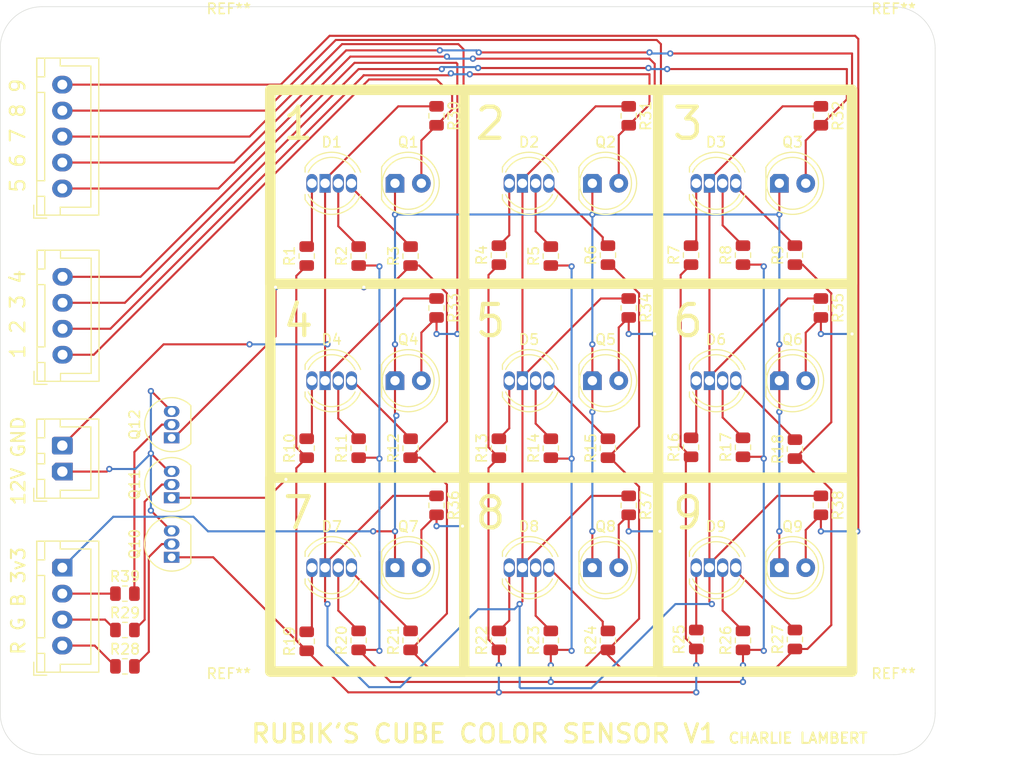
<source format=kicad_pcb>
(kicad_pcb (version 20240108) (generator "pcbnew") (generator_version "8.0")
  (title_block (title "Rubik's Cube Color Sensor") (date "2024-03-12") (rev "A") (company "Designed by Charlie Lambert") (comment 1 "Color sensor board for Rubik's Cube Solving Machine"))
  (layers (0 "F.Cu" signal) (31 "B.Cu" signal) (34 "B.Paste" user) (35 "F.Paste" user) (36 "B.SilkS" user "B.Silkscreen") (37 "F.SilkS" user "F.Silkscreen") (38 "B.Mask" user) (39 "F.Mask" user) (44 "Edge.Cuts" user))
  (net 0 "")
  (net 1 "Net-(D1-GA)")
  (net 2 "Net-(D1-BA)")
  (net 3 "Net-(D1-RA)")
  (net 4 "Net-(D1-K)")
  (net 5 "Net-(D2-BA)")
  (net 6 "Net-(D2-RA)")
  (net 7 "Net-(D2-GA)")
  (net 8 "Net-(D3-RA)")
  (net 9 "Net-(D3-BA)")
  (net 10 "Net-(D3-GA)")
  (net 11 "Net-(D4-GA)")
  (net 12 "Net-(D4-BA)")
  (net 13 "Net-(D4-RA)")
  (net 14 "Net-(D5-BA)")
  (net 15 "Net-(D5-RA)")
  (net 16 "Net-(D5-GA)")
  (net 17 "Net-(D6-RA)")
  (net 18 "Net-(D6-GA)")
  (net 19 "Net-(D6-BA)")
  (net 20 "Net-(D7-RA)")
  (net 21 "Net-(D7-BA)")
  (net 22 "Net-(D7-GA)")
  (net 23 "Net-(D8-GA)")
  (net 24 "Net-(D8-RA)")
  (net 25 "Net-(D8-BA)")
  (net 26 "Net-(D9-RA)")
  (net 27 "Net-(D9-BA)")
  (net 28 "Net-(D9-GA)")
  (net 29 "Net-(J1-GREEN)")
  (net 30 "Net-(J1-3v3)")
  (net 31 "Net-(J1-RED)")
  (net 32 "Net-(J1-BLUE)")
  (net 33 "Net-(J2-12V)")
  (net 34 "Net-(J3-Pin_1)")
  (net 35 "Net-(J3-Pin_4)")
  (net 36 "Net-(J3-Pin_2)")
  (net 37 "Net-(J3-Pin_3)")
  (net 38 "Net-(J4-Pin_1)")
  (net 39 "Net-(J4-Pin_4)")
  (net 40 "Net-(J4-Pin_2)")
  (net 41 "Net-(J4-Pin_5)")
  (net 42 "Net-(J4-Pin_3)")
  (net 43 "Net-(Q10-E)")
  (net 44 "Net-(Q10-B)")
  (net 45 "Net-(Q11-B)")
  (net 46 "Net-(Q11-E)")
  (net 47 "Net-(Q12-B)")
  (net 48 "Net-(Q12-E)")
  (footprint "Resistor_SMD:R_0805_2012Metric" (layer "F.Cu") (at 125.5 106.5 90)
    (property "Reference" "R10")
    (property "Value" "470R")
  )
  (footprint "LED_THT:LED_D5.0mm_Clear" (layer "F.Cu") (at 134 81)
    (property "Reference" "Q1")
    (property "Value" "PT334-6C")
  )
  (footprint "Resistor_SMD:R_0805_2012Metric" (layer "F.Cu") (at 156.5 93 -90)
    (property "Reference" "R34")
    (property "Value" "100kR")
  )
  (footprint "LED_THT:LED_D5.0mm_Clear" (layer "F.Cu") (at 171 100)
    (property "Reference" "Q6")
    (property "Value" "PT334-6C")
  )
  (footprint "Resistor_SMD:R_0805_2012Metric" (layer "F.Cu") (at 135.5 88 90)
    (property "Reference" "R3")
    (property "Value" "430R")
  )
  (footprint "LED_THT:LED_D5.0mm_Clear" (layer "F.Cu") (at 153 118)
    (property "Reference" "Q8")
    (property "Value" "PT334-6C")
  )
  (footprint "Connector_JST:JST_XH_B5B-XH-A_1x05_P2.50mm_Vertical" (layer "F.Cu") (at 101.975 81.5 90)
    (property "Reference" "J4" (hide yes))
    (property "Value" "Color Out 2")
  )
  (footprint "MountingHole:MountingHole_3.2mm_M3_DIN965" (layer "F.Cu") (at 182 132)
    (property "Reference" "REF**")
    (property "Value" "MountingHole_3.2mm_M3_DIN965")
  )
  (footprint "Resistor_SMD:R_0805_2012Metric" (layer "F.Cu") (at 138 74.5 -90)
    (property "Reference" "R30")
    (property "Value" "100kR")
  )
  (footprint "Resistor_SMD:R_0805_2012Metric" (layer "F.Cu") (at 172.5 124.9125 90)
    (property "Reference" "R27")
    (property "Value" "430R")
  )
  (footprint "Package_TO_SOT_THT:TO-92_Inline" (layer "F.Cu") (at 112.5 105.5 90)
    (property "Reference" "Q12")
    (property "Value" "PN2222A")
  )
  (footprint "LED_THT:LED_D5.0mm-RKGB" (layer "F.Cu") (at 126 100)
    (property "Reference" "D4")
    (property "Value" "LED_KRGB")
  )
  (footprint "Resistor_SMD:R_0805_2012Metric" (layer "F.Cu") (at 175 93 -90)
    (property "Reference" "R35")
    (property "Value" "100kR")
  )
  (footprint "LED_THT:LED_D5.0mm_Clear" (layer "F.Cu") (at 153 100)
    (property "Reference" "Q5")
    (property "Value" "PT334-6C")
  )
  (footprint "Resistor_SMD:R_0805_2012Metric" (layer "F.Cu") (at 125.5 125.0875 90)
    (property "Reference" "R19")
    (property "Value" "470R")
  )
  (footprint "Package_TO_SOT_THT:TO-92_Inline" (layer "F.Cu") (at 112.5 117 90)
    (property "Reference" "Q10")
    (property "Value" "PN2222A")
  )
  (footprint "Resistor_SMD:R_0805_2012Metric" (layer "F.Cu") (at 154.5 87.9125 90)
    (property "Reference" "R6")
    (property "Value" "430R")
  )
  (footprint "Resistor_SMD:R_0805_2012Metric" (layer "F.Cu") (at 130.5 125 90)
    (property "Reference" "R20")
    (property "Value" "430R")
  )
  (footprint "Resistor_SMD:R_0805_2012Metric" (layer "F.Cu") (at 172.5 87.9125 90)
    (property "Reference" "R9")
    (property "Value" "430R")
  )
  (footprint "Resistor_SMD:R_0805_2012Metric" (layer "F.Cu") (at 167.5 106.4125 90)
    (property "Reference" "R17")
    (property "Value" "430R")
  )
  (footprint "LED_THT:LED_D5.0mm_Clear" (layer "F.Cu") (at 171 81)
    (property "Reference" "Q3")
    (property "Value" "PT334-6C")
  )
  (footprint "Resistor_SMD:R_0805_2012Metric" (layer "F.Cu") (at 167.5 87.9125 90)
    (property "Reference" "R8")
    (property "Value" "430R")
  )
  (footprint "Resistor_SMD:R_0805_2012Metric" (layer "F.Cu") (at 135.5 125 90)
    (property "Reference" "R21")
    (property "Value" "430R")
  )
  (footprint "Resistor_SMD:R_0805_2012Metric" (layer "F.Cu") (at 108 127.5)
    (property "Reference" "R28")
    (property "Value" "1kR")
  )
  (footprint "Resistor_SMD:R_0805_2012Metric" (layer "F.Cu") (at 175 74.5 -90)
    (property "Reference" "R32")
    (property "Value" "100kR")
  )
  (footprint "Package_TO_SOT_THT:TO-92_Inline" (layer "F.Cu") (at 112.5 111.27 90)
    (property "Reference" "Q11")
    (property "Value" "PN2222A")
  )
  (footprint "Resistor_SMD:R_0805_2012Metric" (layer "F.Cu") (at 130.5 106.5 90)
    (property "Reference" "R11")
    (property "Value" "430R")
  )
  (footprint "LED_THT:LED_D5.0mm-RKGB" (layer "F.Cu") (at 163 100)
    (property "Reference" "D6")
    (property "Value" "LED_KRGB")
  )
  (footprint "Resistor_SMD:R_0805_2012Metric" (layer "F.Cu") (at 154.5 125 90)
    (property "Reference" "R24")
    (property "Value" "430R")
  )
  (footprint "Resistor_SMD:R_0805_2012Metric" (layer "F.Cu") (at 149 125 90)
    (property "Reference" "R23")
    (property "Value" "430R")
  )
  (footprint "LED_THT:LED_D5.0mm_Clear" (layer "F.Cu") (at 153 81)
    (property "Reference" "Q2")
    (property "Value" "PT334-6C")
  )
  (footprint "Resistor_SMD:R_0805_2012Metric" (layer "F.Cu") (at 144 106.5 90)
    (property "Reference" "R13")
    (property "Value" "470R")
  )
  (footprint "Resistor_SMD:R_0805_2012Metric" (layer "F.Cu") (at 135.5 106.5 90)
    (property "Reference" "R12")
    (property "Value" "430R")
  )
  (footprint "Resistor_SMD:R_0805_2012Metric" (layer "F.Cu") (at 154.5 106.5 90)
    (property "Reference" "R15")
    (property "Value" "430R")
  )
  (footprint "Resistor_SMD:R_0805_2012Metric" (layer "F.Cu") (at 108 124)
    (property "Reference" "R29")
    (property "Value" "1kR")
  )
  (footprint "Resistor_SMD:R_0805_2012Metric" (layer "F.Cu") (at 130.5 88 90)
    (property "Reference" "R2")
    (property "Value" "430R")
  )
  (footprint "LED_THT:LED_D5.0mm_Clear" (layer "F.Cu") (at 171 118)
    (property "Reference" "Q9")
    (property "Value" "PT334-6C")
  )
  (footprint "Resistor_SMD:R_0805_2012Metric" (layer "F.Cu") (at 138 112 -90)
    (property "Reference" "R36")
    (property "Value" "100kR")
  )
  (footprint "MountingHole:MountingHole_3.2mm_M3_DIN965" (layer "F.Cu") (at 118 132)
    (property "Reference" "REF**")
    (property "Value" "MountingHole_3.2mm_M3_DIN965")
  )
  (footprint "LED_THT:LED_D5.0mm-RKGB" (layer "F.Cu") (at 145 100)
    (property "Reference" "D5")
    (property "Value" "LED_KRGB")
  )
  (footprint "Resistor_SMD:R_0805_2012Metric" (layer "F.Cu") (at 149 88 90)
    (property "Reference" "R5")
    (property "Value" "430R")
  )
  (footprint "LED_THT:LED_D5.0mm-RKGB" (layer "F.Cu") (at 145 118)
    (property "Reference" "D8")
    (property "Value" "LED_KRGB")
  )
  (footprint "Resistor_SMD:R_0805_2012Metric" (layer "F.Cu") (at 167.5 125 90)
    (property "Reference" "R26")
    (property "Value" "430R")
  )
  (footprint "Connector_JST:JST_XH_B2B-XH-A_1x02_P2.50mm_Vertical" (layer "F.Cu") (at 101.975 108.75 90)
    (property "Reference" "J2" (hide yes))
    (property "Value" "Power")
  )
  (footprint "Resistor_SMD:R_0805_2012Metric" (layer "F.Cu") (at 125.5 88 90)
    (property "Reference" "R1")
    (property "Value" "470R")
  )
  (footprint "Resistor_SMD:R_0805_2012Metric" (layer "F.Cu") (at 175 112 -90)
    (property "Reference" "R38")
    (property "Value" "100kR")
  )
  (footprint "Resistor_SMD:R_0805_2012Metric" (layer "F.Cu") (at 162.5 106.4125 90)
    (property "Reference" "R16")
    (property "Value" "470R")
  )
  (footprint "Resistor_SMD:R_0805_2012Metric" (layer "F.Cu") (at 108 120.5)
    (property "Reference" "R39")
    (property "Value" "1kR")
  )
  (footprint "Resistor_SMD:R_0805_2012Metric" (layer "F.Cu") (at 163 124.9125 90)
    (property "Reference" "R25")
    (property "Value" "470R")
  )
  (footprint "Resistor_SMD:R_0805_2012Metric" (layer "F.Cu") (at 138 93 -90)
    (property "Reference" "R33")
    (property "Value" "100kR")
  )
  (footprint "Resistor_SMD:R_0805_2012Metric" (layer "F.Cu") (at 149 106.5 90)
    (property "Reference" "R14")
    (property "Value" "430R")
  )
  (footprint "LED_THT:LED_D5.0mm-RKGB" (layer "F.Cu") (at 163 81)
    (property "Reference" "D3")
    (property "Value" "LED_KRGB")
  )
  (footprint "LED_THT:LED_D5.0mm-RKGB" (layer "F.Cu") (at 126 118)
    (property "Reference" "D7")
    (property "Value" "LED_KRGB")
  )
  (footprint "LED_THT:LED_D5.0mm-RKGB" (layer "F.Cu") (at 145 81)
    (property "Reference" "D2")
    (property "Value" "LED_KRGB")
  )
  (footprint "Resistor_SMD:R_0805_2012Metric" (layer "F.Cu") (at 172.5 106.5875 90)
    (property "Reference" "R18")
    (property "Value" "430R")
  )
  (footprint "MountingHole:MountingHole_3.2mm_M3_DIN965" (layer "F.Cu") (at 118 68)
    (property "Reference" "REF**")
    (property "Value" "MountingHole_3.2mm_M3_DIN965")
  )
  (footprint "Connector_JST:JST_XH_B4B-XH-A_1x04_P2.50mm_Vertical" (layer "F.Cu") (at 102 97.5 90)
    (property "Reference" "J3" (hide yes))
    (property "Value" "Color Out 1")
  )
  (footprint "Resistor_SMD:R_0805_2012Metric" (layer "F.Cu") (at 144 125 90)
    (property "Reference" "R22")
    (property "Value" "470R")
  )
  (footprint "LED_THT:LED_D5.0mm_Clear" (layer "F.Cu") (at 134 100)
    (property "Reference" "Q4")
    (property "Value" "PT334-6C")
  )
  (footprint "Resistor_SMD:R_0805_2012Metric" (layer "F.Cu") (at 156.5 74.5 -90)
    (property "Reference" "R31")
    (property "Value" "100kR")
  )
  (footprint "LED_THT:LED_D5.0mm_Clear" (layer "F.Cu") (at 134 118)
    (property "Reference" "Q7")
    (property "Value" "PT334-6C")
  )
  (footprint "LED_THT:LED_D5.0mm-RKGB" (layer "F.Cu") (at 163 118)
    (property "Reference" "D9")
    (property "Value" "LED_KRGB")
  )
  (footprint "Resistor_SMD:R_0805_2012Metric" (layer "F.Cu") (at 162.5 87.9125 90)
    (property "Reference" "R7")
    (property "Value" "470R")
  )
  (footprint "LED_THT:LED_D5.0mm-RKGB" (layer "F.Cu") (at 126 81)
    (property "Reference" "D1")
    (property "Value" "LED_KRGB")
  )
  (footprint "Resistor_SMD:R_0805_2012Metric" (layer "F.Cu") (at 156.5 112 -90)
    (property "Reference" "R37")
    (property "Value" "100kR")
  )
  (footprint "MountingHole:MountingHole_3.2mm_M3_DIN965" (layer "F.Cu") (at 182 68)
    (property "Reference" "REF**")
    (property "Value" "MountingHole_3.2mm_M3_DIN965")
  )
  (footprint "Resistor_SMD:R_0805_2012Metric" (layer "F.Cu") (at 144 87.9125 90)
    (property "Reference" "R4")
    (property "Value" "470R")
  )
  (footprint "Connector_JST:JST_XH_B4B-XH-A_1x04_P2.50mm_Vertical" (layer "F.Cu") (at 101.975 125.5 90)
    (property "Reference" "J1" (hide yes))
    (property "Value" "Color Pins")
  )
  (gr_rect (start 122 72) (end 178 128) (stroke (width 0.1)) (fill none) (layer "F.SilkS"))
  (gr_rect (start 159.333333 72) (end 178 128) (stroke (width 1)) (fill none) (layer "F.SilkS"))
  (gr_rect (start 122 72) (end 178 90.666667) (stroke (width 1)) (fill none) (layer "F.SilkS"))
  (gr_rect (start 122 109.333333) (end 178 128) (stroke (width 1)) (fill none) (layer "F.SilkS"))
  (gr_rect (start 122 72) (end 140.666667 128) (stroke (width 1)) (fill none) (layer "F.SilkS"))
  (gr_arc (start 186 132) (mid 184.828427 134.828427) (end 182 136) (stroke (width 0.05)) (layer "Edge.Cuts"))
  (gr_line (start 182 136) (end 100 136) (stroke (width 0.05)) (layer "Edge.Cuts"))
  (gr_line (start 182 64) (end 100 64) (stroke (width 0.05)) (layer "Edge.Cuts"))
  (gr_line (start 186 132) (end 186 68) (stroke (width 0.05)) (layer "Edge.Cuts"))
  (gr_arc (start 182 64) (mid 184.828427 65.171573) (end 186 68) (stroke (width 0.05)) (layer "Edge.Cuts"))
  (gr_arc (start 100 136) (mid 97.171573 134.828427) (end 96 132) (stroke (width 0.05)) (layer "Edge.Cuts"))
  (gr_line (start 96 132) (end 96 68) (stroke (width 0.05)) (layer "Edge.Cuts"))
  (gr_arc (start 96 68) (mid 97.171573 65.171573) (end 100 64) (stroke (width 0.05)) (layer "Edge.Cuts"))
  (gr_text "2" (at 141.5 77 0) (layer "F.SilkS") (effects (font (size 3 3) (thickness 0.4)) (justify left bottom)))
  (gr_text "CHARLIE LAMBERT" (at 166 135 0) (layer "F.SilkS") (effects (font (size 1 1) (thickness 0.2) (bold yes)) (justify left bottom)))
  (gr_text "R G B 3v3" (at 98.5 126.5 90) (layer "F.SilkS") (effects (font (size 1.3 1.3) (thickness 0.2)) (justify left bottom)))
  (gr_text "4" (at 123 96 0) (layer "F.SilkS") (effects (font (size 3 3) (thickness 0.4)) (justify left bottom)))
  (gr_text "RUBIK'S CUBE COLOR SENSOR V1" (at 120 135 0) (layer "F.SilkS") (effects (font (size 1.75 1.75) (thickness 0.3) (bold yes)) (justify left bottom)))
  (gr_text "1 2 3 4" (at 98.5 98 90) (layer "F.SilkS") (effects (font (size 1.4 1.4) (thickness 0.2)) (justify left bottom)))
  (gr_text "9" (at 160.5 114.5 0) (layer "F.SilkS") (effects (font (size 3 3) (thickness 0.4)) (justify left bottom)))
  (gr_text "8" (at 141.5 114.5 0) (layer "F.SilkS") (effects (font (size 3 3) (thickness 0.4)) (justify left bottom)))
  (gr_text "6" (at 160.5 96 0) (layer "F.SilkS") (effects (font (size 3 3) (thickness 0.4)) (justify left bottom)))
  (gr_text "3" (at 160.5 77 0) (layer "F.SilkS") (effects (font (size 3 3) (thickness 0.4)) (justify left bottom)))
  (gr_text "	12V GND\n" (at 98.5 117 90) (layer "F.SilkS") (effects (font (size 1.3 1.3) (thickness 0.2)) (justify left bottom)))
  (gr_text "7" (at 123 114.5 0) (layer "F.SilkS") (effects (font (size 3 3) (thickness 0.4)) (justify left bottom)))
  (gr_text "5" (at 141.5 96 0) (layer "F.SilkS") (effects (font (size 3 3) (thickness 0.4)) (justify left bottom)))
  (gr_text "5 6 7 8 9" (at 98.5 82 90) (layer "F.SilkS") (effects (font (size 1.4 1.4) (thickness 0.2)) (justify left bottom)))
  (gr_text "1" (at 123 77 0) (layer "F.SilkS") (effects (font (size 3 3) (thickness 0.4)) (justify left bottom)))
  (segment (start 128.54 85.1275) (end 130.5 87.0875) (width 0.2) (layer "F.Cu") (net 1))
  (segment (start 128.54 81) (end 128.54 85.1275) (width 0.2) (layer "F.Cu") (net 1))
  (segment (start 129.81 81.3975) (end 135.5 87.0875) (width 0.2) (layer "F.Cu") (net 2))
  (segment (start 126 86.5875) (end 125.5 87.0875) (width 0.2) (layer "F.Cu") (net 3))
  (segment (start 126 81) (end 126 86.5875) (width 0.2) (layer "F.Cu") (net 3))
  (segment (start 127.27 100) (end 127.27 96.73) (width 0.2) (layer "F.Cu") (net 4))
  (segment (start 164.27 118) (end 164.27 121.27) (width 0.2) (layer "F.Cu") (net 4))
  (segment (start 127.27 80.635) (end 134.3175 73.5875) (width 0.2) (layer "F.Cu") (net 4))
  (segment (start 127.27 117.635) (end 133.8175 111.0875) (width 0.2) (layer "F.Cu") (net 4))
  (segment (start 127.27 96.27) (end 127.27 81) (width 0.2) (layer "F.Cu") (net 4))
  (segment (start 152.906632 111.0875) (end 156.5 111.0875) (width 0.2) (layer "F.Cu") (net 4))
  (segment (start 127.27 99.635) (end 134.8175 92.0875) (width 0.2) (layer "F.Cu") (net 4))
  (segment (start 146.27 121.23) (end 146 121.5) (width 0.2) (layer "F.Cu") (net 4))
  (segment (start 164.27 100) (end 164.27 81) (width 0.2) (layer "F.Cu") (net 4))
  (segment (start 146.27 118) (end 146.27 100) (width 0.2) (layer "F.Cu") (net 4))
  (segment (start 146.27 117.724132) (end 152.906632 111.0875) (width 0.2) (layer "F.Cu") (net 4))
  (segment (start 111.725 96.5) (end 120 96.5) (width 0.2) (layer "F.Cu") (net 4))
  (segment (start 164.27 117.635) (end 170.8175 111.0875) (width 0.2) (layer "F.Cu") (net 4))
  (segment (start 146.27 118) (end 146.27 121.23) (width 0.2) (layer "F.Cu") (net 4))
  (segment (start 164.27 117.635) (end 164.27 100) (width 0.2) (layer "F.Cu") (net 4))
  (segment (start 170.8175 111.0875) (end 175 111.0875) (width 0.2) (layer "F.Cu") (net 4))
  (segment (start 127.27 118) (end 127.27 100) (width 0.2) (layer "F.Cu") (net 4))
  (segment (start 164.27 121.27) (end 164.5 121.5) (width 0.2) (layer "F.Cu") (net 4))
  (segment (start 171.3175 73.5875) (end 175 73.5875) (width 0.2) (layer "F.Cu") (net 4))
  (segment (start 146.27 80.635) (end 153.3175 73.5875) (width 0.2) (layer "F.Cu") (net 4))
  (segment (start 101.975 106.25) (end 111.725 96.5) (width 0.2) (layer "F.Cu") (net 4))
  (segment (start 164.27 99.635) (end 171.8175 92.0875) (width 0.2) (layer "F.Cu") (net 4))
  (segment (start 127.27 118) (end 127.27 121.27) (width 0.2) (layer "F.Cu") (net 4))
  (segment (start 134.8175 92.0875) (end 138 92.0875) (width 0.2) (layer "F.Cu") (net 4))
  (segment (start 127.5 96.5) (end 127.27 96.27) (width 0.2) (layer "F.Cu") (net 4))
  (segment (start 153.3175 73.5875) (end 156.5 73.5875) (width 0.2) (layer "F.Cu") (net 4))
  (segment (start 133.8175 111.0875) (end 138 111.0875) (width 0.2) (layer "F.Cu") (net 4))
  (segment (start 127.27 121.27) (end 127.5 121.5) (width 0.2) (layer "F.Cu") (net 4))
  (segment (start 171.8175 92.0875) (end 175 92.0875) (width 0.2) (layer "F.Cu") (net 4))
  (segment (start 134.3175 73.5875) (end 138 73.5875) (width 0.2) (layer "F.Cu") (net 4))
  (segment (start 146.27 100) (end 146.27 81) (width 0.2) (layer "F.Cu") (net 4))
  (segment (start 164.27 80.635) (end 171.3175 73.5875) (width 0.2) (layer "F.Cu") (net 4))
  (segment (start 146.27 99.635) (end 153.8175 92.0875) (width 0.2) (layer "F.Cu") (net 4))
  (segment (start 153.8175 92.0875) (end 156.5 92.0875) (width 0.2) (layer "F.Cu") (net 4))
  (segment (start 127.27 96.73) (end 127.5 96.5) (width 0.2) (layer "F.Cu") (net 4))
  (via (at 164.5 121.5) (size 0.6) (drill 0.3) (layers "F.Cu" "B.Cu") (net 4))
  (via (at 127.5 121.5) (size 0.6) (drill 0.3) (layers "F.Cu" "B.Cu") (net 4))
  (via (at 146 121.5) (size 0.6) (drill 0.3) (layers "F.Cu" "B.Cu") (net 4))
  (via (at 127.5 96.5) (size 0.6) (drill 0.3) (layers "F.Cu" "B.Cu") (net 4))
  (via (at 120 96.5) (size 0.6) (drill 0.3) (layers "F.Cu" "B.Cu") (net 4))
  (segment (start 127.5 121.5) (end 127.5 125.5) (width 0.2) (layer "B.Cu") (net 4))
  (segment (start 127.5 125.5) (end 131.5 129.5) (width 0.2) (layer "B.Cu") (net 4))
  (segment (start 131.5 129.5) (end 134.5 129.5) (width 0.2) (layer "B.Cu") (net 4))
  (segment (start 152.9 129.6) (end 161 121.5) (width 0.2) (layer "B.Cu") (net 4))
  (segment (start 145.5 122) (end 146 121.5) (width 0.2) (layer "B.Cu") (net 4))
  (segment (start 146 129.5) (end 146.1 129.6) (width 0.2) (layer "B.Cu") (net 4))
  (segment (start 127.5 96.5) (end 120 96.5) (width 0.2) (layer "B.Cu") (net 4))
  (segment (start 146.1 129.6) (end 152.9 129.6) (width 0.2) (layer "B.Cu") (net 4))
  (segment (start 134.5 129.5) (end 142 122) (width 0.2) (layer "B.Cu") (net 4))
  (segment (start 161 121.5) (end 164.5 121.5) (width 0.2) (layer "B.Cu") (net 4))
  (segment (start 142 122) (end 145.5 122) (width 0.2) (layer "B.Cu") (net 4))
  (segment (start 146 121.5) (end 146 129.5) (width 0.2) (layer "B.Cu") (net 4))
  (segment (start 148.81 81) (end 154 86.19) (width 0.2) (layer "F.Cu") (net 5))
  (segment (start 154 86.19) (end 154 87) (width 0.2) (layer "F.Cu") (net 5))
  (segment (start 145 86) (end 144 87) (width 0.2) (layer "F.Cu") (net 6))
  (segment (start 145 81) (end 145 86) (width 0.2) (layer "F.Cu") (net 6))
  (segment (start 147.54 81) (end 147.54 85.6275) (width 0.2) (layer "F.Cu") (net 7))
  (segment (start 147.54 85.6275) (end 149 87.0875) (width 0.2) (layer "F.Cu") (net 7))
  (segment (start 163 81) (end 163 86.5) (width 0.2) (layer "F.Cu") (net 8))
  (segment (start 163 86.5) (end 162.5 87) (width 0.2) (layer "F.Cu") (net 8))
  (segment (start 166.81 81.31) (end 172.5 87) (width 0.2) (layer "F.Cu") (net 9))
  (segment (start 165.54 85.04) (end 167.5 87) (width 0.2) (layer "F.Cu") (net 10))
  (segment (start 165.54 81) (end 165.54 85.04) (width 0.2) (layer "F.Cu") (net 10))
  (segment (start 128.54 103.6275) (end 130.5 105.5875) (width 0.2) (layer "F.Cu") (net 11))
  (segment (start 128.54 100) (end 128.54 103.6275) (width 0.2) (layer "F.Cu") (net 11))
  (segment (start 129.9125 100) (end 135.5 105.5875) (width 0.2) (layer "F.Cu") (net 12))
  (segment (start 126 100) (end 126 105.0875) (width 0.2) (layer "F.Cu") (net 13))
  (segment (start 126 105.0875) (end 125.5 105.5875) (width 0.2) (layer "F.Cu") (net 13))
  (segment (start 148.81 100) (end 154 105.19) (width 0.2) (layer "F.Cu") (net 14))
  (segment (start 145 100) (end 145 104.5875) (width 0.2) (layer "F.Cu") (net 15))
  (segment (start 145 104.5875) (end 144 105.5875) (width 0.2) (layer "F.Cu") (net 15))
  (segment (start 147.54 100) (end 147.54 104.1275) (width 0.2) (layer "F.Cu") (net 16))
  (segment (start 147.54 104.1275) (end 149 105.5875) (width 0.2) (layer "F.Cu") (net 16))
  (segment (start 163 100) (end 163 105) (width 0.2) (layer "F.Cu") (net 17))
  (segment (start 163 105) (end 162.5 105.5) (width 0.2) (layer "F.Cu") (net 17))
  (segment (start 165.54 103.54) (end 167.5 105.5) (width 0.2) (layer "F.Cu") (net 18))
  (segment (start 165.54 100) (end 165.54 103.54) (width 0.2) (layer "F.Cu") (net 18))
  (segment (start 166.825 100) (end 172.5 105.675) (width 0.2) (layer "F.Cu") (net 19))
  (segment (start 126 118) (end 126 123.675) (width 0.2) (layer "F.Cu") (net 20))
  (segment (start 126 123.675) (end 125.5 124.175) (width 0.2) (layer "F.Cu") (net 20))
  (segment (start 129.81 118.3975) (end 135.5 124.0875) (width 0.2) (layer "F.Cu") (net 21))
  (segment (start 128.54 122.1275) (end 130.5 124.0875) (width 0.2) (layer "F.Cu") (net 22))
  (segment (start 128.54 118) (end 128.54 122.1275) (width 0.2) (layer "F.Cu") (net 22))
  (segment (start 147.54 122.6275) (end 149 124.0875) (width 0.2) (layer "F.Cu") (net 23))
  (segment (start 147.54 118) (end 147.54 122.6275) (width 0.2) (layer "F.Cu") (net 23))
  (segment (start 145 118) (end 145 123.0875) (width 0.2) (layer "F.Cu") (net 24))
  (segment (start 145 123.0875) (end 144 124.0875) (width 0.2) (layer "F.Cu") (net 24))
  (segment (start 148.81 118) (end 154 123.19) (width 0.2) (layer "F.Cu") (net 25))
  (segment (start 154 123.19) (end 154 124.0875) (width 0.2) (layer "F.Cu") (net 25))
  (segment (start 163 118) (end 163 124) (width 0.2) (layer "F.Cu") (net 26))
  (segment (start 166.81 118.31) (end 172.5 124) (width 0.2) (layer "F.Cu") (net 27))
  (segment (start 165.54 122.1275) (end 167.5 124.0875) (width 0.2) (layer "F.Cu") (net 28))
  (segment (start 165.54 118) (end 165.54 122.1275) (width 0.2) (layer "F.Cu") (net 28))
  (segment (start 106.0875 123) (end 107.0875 124) (width 0.2) (layer "F.Cu") (net 29))
  (segment (start 101.975 123) (end 106.0875 123) (width 0.2) (layer "F.Cu") (net 29))
  (segment (start 134 117.5) (end 134 114.5) (width 0.2) (layer "F.Cu") (net 30))
  (segment (start 131.9 114.5) (end 134 114.5) (width 0.2) (layer "F.Cu") (net 30))
  (segment (start 171 118) (end 171 114.5) (width 0.2) (layer "F.Cu") (net 30))
  (segment (start 153 100) (end 153 96.5) (width 0.2) (layer "F.Cu") (net 30))
  (segment (start 153 84) (end 153 81) (width 0.2) (layer "F.Cu") (net 30))
  (segment (start 134 99.5) (end 134 96.5) (width 0.2) (layer "F.Cu") (net 30))
  (segment (start 171 103) (end 171 100) (width 0.2) (layer "F.Cu") (net 30))
  (segment (start 134.130515 103.369485) (end 134 103.23897) (width 0.2) (layer "F.Cu") (net 30))
  (segment (start 153 118) (end 153 114.5) (width 0.2) (layer "F.Cu") (net 30))
  (segment (start 134 84) (end 134 81) (width 0.2) (layer "F.Cu") (net 30))
  (segment (start 171 100) (end 171 99) (width 0.2) (layer "F.Cu") (net 30))
  (segment (start 171 99) (end 171 96.5) (width 0.2) (layer "F.Cu") (net 30))
  (segment (start 134 103.23897) (end 134 100) (width 0.2) (layer "F.Cu") (net 30))
  (segment (start 153 103) (end 153 100) (width 0.2) (layer "F.Cu") (net 30))
  (segment (start 171 84) (end 171 81) (width 0.2) (layer "F.Cu") (net 30))
  (via (at 171 84) (size 0.6) (drill 0.3) (layers "F.Cu" "B.Cu") (net 30))
  (via (at 153 103) (size 0.6) (drill 0.3) (layers "F.Cu" "B.Cu") (net 30))
  (via (at 134 114.5) (size 0.6) (drill 0.3) (layers "F.Cu" "B.Cu") (net 30))
  (via (at 171 114.5) (size 0.6) (drill 0.3) (layers "F.Cu" "B.Cu") (net 30))
  (via (at 171 103) (size 0.6) (drill 0.3) (layers "F.Cu" "B.Cu") (net 30))
  (via (at 153 84) (size 0.6) (drill 0.3) (layers "F.Cu" "B.Cu") (net 30))
  (via (at 171 96.5) (size 0.6) (drill 0.3) (layers "F.Cu" "B.Cu") (net 30))
  (via (at 153 96.5) (size 0.6) (drill 0.3) (layers "F.Cu" "B.Cu") (net 30))
  (via (at 153 114.5) (size 0.6) (drill 0.3) (layers "F.Cu" "B.Cu") (net 30))
  (via (at 134 96.5) (size 0.6) (drill 0.3) (layers "F.Cu" "B.Cu") (net 30))
  (via (at 134.130515 103.369485) (size 0.6) (drill 0.3) (layers "F.Cu" "B.Cu") (net 30))
  (via (at 131.9 114.5) (size 0.6) (drill 0.3) (layers "F.Cu" "B.Cu") (net 30))
  (via (at 134 84) (size 0.6) (drill 0.3) (layers "F.Cu" "B.Cu") (net 30))
  (segment (start 131.9 114.5) (end 116 114.5) (width 0.2) (layer "B.Cu") (net 30))
  (segment (start 116 114.5) (end 114.6 113.1) (width 0.2) (layer "B.Cu") (net 30))
  (segment (start 106.875 113.1) (end 101.975 118) (width 0.2) (layer "B.Cu") (net 30))
  (segment (start 153 114.5) (end 153 103) (width 0.2) (layer "B.Cu") (net 30))
  (segment (start 134 114.5) (end 134 103.5) (width 0.2) (layer "B.Cu") (net 30))
  (segment (start 134 103.5) (end 134.130515 103.369485) (width 0.2) (layer "B.Cu") (net 30))
  (segment (start 153 84) (end 171 84) (width 0.2) (layer "B.Cu") (net 30))
  (segment (start 134 84) (end 153 84) (width 0.2) (layer "B.Cu") (net 30))
  (segment (start 171 96.5) (end 171 84) (width 0.2) (layer "B.Cu") (net 30))
  (segment (start 134 96.5) (end 134 84) (width 0.2) (layer "B.Cu") (net 30))
  (segment (start 153 96.5) (end 153 84) (width 0.2) (layer "B.Cu") (net 30))
  (segment (start 114.6 113.1) (end 106.875 113.1) (width 0.2) (layer "B.Cu") (net 30))
  (segment (start 171 114.5) (end 171 103) (width 0.2) (layer "B.Cu") (net 30))
  (segment (start 105.0875 125.5) (end 107.0875 127.5) (width 0.2) (layer "F.Cu") (net 31))
  (segment (start 101.975 125.5) (end 105.0875 125.5) (width 0.2) (layer "F.Cu") (net 31))
  (segment (start 101.975 120.5) (end 107.0875 120.5) (width 0.2) (layer "F.Cu") (net 32))
  (segment (start 112.5 102.96) (end 110.54 101) (width 0.2) (layer "F.Cu") (net 33))
  (segment (start 110.54 101) (end 110.5 101) (width 0.2) (layer "F.Cu") (net 33))
  (segment (start 106.25 108.75) (end 106.5 108.5) (width 0.2) (layer "F.Cu") (net 33))
  (segment (start 112.23 108.73) (end 110.5 107) (width 0.2) (layer "F.Cu") (net 33))
  (segment (start 110.5 112.5) (end 112.46 114.46) (width 0.2) (layer "F.Cu") (net 33))
  (segment (start 101.975 108.75) (end 106.25 108.75) (width 0.2) (layer "F.Cu") (net 33))
  (via (at 110.5 101) (size 0.6) (drill 0.3) (layers "F.Cu" "B.Cu") (net 33))
  (via (at 110.5 107) (size 0.6) (drill 0.3) (layers "F.Cu" "B.Cu") (net 33))
  (via (at 106.5 108.5) (size 0.6) (drill 0.3) (layers "F.Cu" "B.Cu") (net 33))
  (via (at 110.5 112.5) (size 0.6) (drill 0.3) (layers "F.Cu" "B.Cu") (net 33))
  (segment (start 109 108.5) (end 106.5 108.5) (width 0.2) (layer "B.Cu") (net 33))
  (segment (start 110.5 101) (end 110.5 107) (width 0.2) (layer "B.Cu") (net 33))
  (segment (start 110.5 107) (end 109 108.5) (width 0.2) (layer "B.Cu") (net 33))
  (segment (start 110.5 107) (end 110.5 112.5) (width 0.2) (layer "B.Cu") (net 33))
  (segment (start 138 71) (end 131.5 71) (width 0.2) (layer "F.Cu") (net 34))
  (segment (start 139.5 73.9125) (end 139.5 72.5) (width 0.2) (layer "F.Cu") (net 34))
  (segment (start 136.54 76.8725) (end 138 75.4125) (width 0.2) (layer "F.Cu") (net 34))
  (segment (start 131.5 71) (end 105 97.5) (width 0.2) (layer "F.Cu") (net 34))
  (segment (start 136.54 81) (end 136.54 76.8725) (width 0.2) (layer "F.Cu") (net 34))
  (segment (start 105 97.5) (end 102 97.5) (width 0.2) (layer "F.Cu") (net 34))
  (segment (start 139.5 72.5) (end 138 71) (width 0.2) (layer "F.Cu") (net 34))
  (segment (start 138 75.4125) (end 139.5 73.9125) (width 0.2) (layer "F.Cu") (net 34))
  (segment (start 136.54 95.3725) (end 138 93.9125) (width 0.2) (layer "F.Cu") (net 35))
  (segment (start 138 93.9125) (end 138 95.5) (width 0.2) (layer "F.Cu") (net 35))
  (segment (start 136.54 100) (end 136.54 95.3725) (width 0.2) (layer "F.Cu") (net 35))
  (segment (start 109.5 90) (end 130.1 69.4) (width 0.2) (layer "F.Cu") (net 35))
  (segment (start 139.9 69.4) (end 140 69.5) (width 0.2) (layer "F.Cu") (net 35))
  (segment (start 109.5 90) (end 102 90) (width 0.2) (layer "F.Cu") (net 35))
  (segment (start 140 69.5) (end 140 95.5) (width 0.2) (layer "F.Cu") (net 35))
  (segment (start 130.1 69.4) (end 139.9 69.4) (width 0.2) (layer "F.Cu") (net 35))
  (via (at 138 95.5) (size 0.6) (drill 0.3) (layers "F.Cu" "B.Cu") (net 35))
  (via (at 140 95.5) (size 0.6) (drill 0.3) (layers "F.Cu" "B.Cu") (net 35))
  (segment (start 138 95.5) (end 140 95.5) (width 0.2) (layer "B.Cu") (net 35))
  (segment (start 139.193981 70.6) (end 139.38233 70.411651) (width 0.2) (layer "F.Cu") (net 36))
  (segment (start 156.5 75.4125) (end 158.5 73.4125) (width 0.2) (layer "F.Cu") (net 36))
  (segment (start 158.5 70.5) (end 141.2 70.5) (width 0.2) (layer "F.Cu") (net 36))
  (segment (start 131 70.6) (end 106.6 95) (width 0.2) (layer "F.Cu") (net 36))
  (segment (start 158.5 73.4125) (end 158.5 70.5) (width 0.2) (layer "F.Cu") (net 36))
  (segment (start 106.6 95) (end 102 95) (width 0.2) (layer "F.Cu") (net 36))
  (segment (start 131 70.6) (end 139.193981 70.6) (width 0.2) (layer "F.Cu") (net 36))
  (segment (start 155.54 76.3725) (end 156.5 75.4125) (width 0.2) (layer "F.Cu") (net 36))
  (segment (start 130.965686 70.6) (end 131 70.6) (width 0.2) (layer "F.Cu") (net 36))
  (segment (start 155.54 81) (end 155.54 76.3725) (width 0.2) (layer "F.Cu") (net 36))
  (via (at 141.2 70.5) (size 0.6) (drill 0.3) (layers "F.Cu" "B.Cu") (net 36))
  (via (at 139.38233 70.411651) (size 0.6) (drill 0.3) (layers "F.Cu" "B.Cu") (net 36))
  (segment (start 139.470679 70.5) (end 139.38233 70.411651) (width 0.2) (layer "B.Cu") (net 36))
  (segment (start 141.2 70.5) (end 139.470679 70.5) (width 0.2) (layer "B.Cu") (net 36))
  (segment (start 175 75.4125) (end 177.5 72.9125) (width 0.2) (layer "F.Cu") (net 37))
  (segment (start 130.5 70) (end 138.5 70) (width 0.2) (layer "F.Cu") (net 37))
  (segment (start 177.5 72.9125) (end 177.5 70) (width 0.2) (layer "F.Cu") (net 37))
  (segment (start 108 92.5) (end 102 92.5) (width 0.2) (layer "F.Cu") (net 37))
  (segment (start 173.54 81) (end 173.54 76.8725) (width 0.2) (layer "F.Cu") (net 37))
  (segment (start 108 92.5) (end 130.5 70) (width 0.2) (layer "F.Cu") (net 37))
  (segment (start 158.4 69.9) (end 142 69.9) (width 0.2) (layer "F.Cu") (net 37))
  (segment (start 173.54 76.8725) (end 175 75.4125) (width 0.2) (layer "F.Cu") (net 37))
  (segment (start 160.2 70) (end 177.5 70) (width 0.2) (layer "F.Cu") (net 37))
  (via (at 142 69.9) (size 0.6) (drill 0.3) (layers "F.Cu" "B.Cu") (net 37))
  (via (at 138.5 70) (size 0.6) (drill 0.3) (layers "F.Cu" "B.Cu") (net 37))
  (via (at 158.4 69.9) (size 0.6) (drill 0.3) (layers "F.Cu" "B.Cu") (net 37))
  (via (at 160.2 70) (size 0.6) (drill 0.3) (layers "F.Cu" "B.Cu") (net 37))
  (segment (start 158.5 70) (end 158.4 69.9) (width 0.2) (layer "B.Cu") (net 37))
  (segment (start 160.2 70) (end 158.5 70) (width 0.2) (layer "B.Cu") (net 37))
  (segment (start 142 69.9) (end 141.911651 69.811651) (width 0.2) (layer "B.Cu") (net 37))
  (segment (start 138.688349 69.811651) (end 138.5 70) (width 0.2) (layer "B.Cu") (net 37))
  (segment (start 141.911651 69.811651) (end 138.688349 69.811651) (width 0.2) (layer "B.Cu") (net 37))
  (segment (start 156.5 93.9125) (end 156.5 95.5) (width 0.2) (layer "F.Cu") (net 38))
  (segment (start 159 95.5) (end 159 69.5) (width 0.2) (layer "F.Cu") (net 38))
  (segment (start 155.54 100) (end 155.54 94.8725) (width 0.2) (layer "F.Cu") (net 38))
  (segment (start 159 69.5) (end 158.5 69) (width 0.2) (layer "F.Cu") (net 38))
  (segment (start 101.975 81.5) (end 117 81.5) (width 0.2) (layer "F.Cu") (net 38))
  (segment (start 117 81.5) (end 129.7 68.8) (width 0.2) (layer "F.Cu") (net 38))
  (segment (start 129.7 68.8) (end 139 68.8) (width 0.2) (layer "F.Cu") (net 38))
  (segment (start 158.5 69) (end 141.5 69) (width 0.2) (layer "F.Cu") (net 38))
  (segment (start 155.54 94.8725) (end 156.5 93.9125) (width 0.2) (layer "F.Cu") (net 38))
  (via (at 159 95.5) (size 0.6) (drill 0.3) (layers "F.Cu" "B.Cu") (net 38))
  (via (at 141.5 69) (size 0.6) (drill 0.3) (layers "F.Cu" "B.Cu") (net 38))
  (via (at 139 68.8) (size 0.6) (drill 0.3) (layers "F.Cu" "B.Cu") (net 38))
  (via (at 156.5 95.5) (size 0.6) (drill 0.3) (layers "F.Cu" "B.Cu") (net 38))
  (segment (start 139.2 69) (end 139 68.8) (width 0.2) (layer "B.Cu") (net 38))
  (segment (start 141.5 69) (end 139.2 69) (width 0.2) (layer "B.Cu") (net 38))
  (segment (start 156.5 95.5) (end 159 95.5) (width 0.2) (layer "B.Cu") (net 38))
  (segment (start 159.2 67.2) (end 159.6 67.6) (width 0.2) (layer "F.Cu") (net 39))
  (segment (start 159.6 67.6) (end 159.6 114.4) (width 0.2) (layer "F.Cu") (net 39))
  (segment (start 156.5 112.9125) (end 156.5 114.5) (width 0.2) (layer "F.Cu") (net 39))
  (segment (start 121.5 74) (end 128.3 67.2) (width 0.2) (layer "F.Cu") (net 39))
  (segment (start 155.54 113.8725) (end 156.5 112.9125) (width 0.2) (layer "F.Cu") (net 39))
  (segment (start 128.3 67.2) (end 159.2 67.2) (width 0.2) (layer "F.Cu") (net 39))
  (segment (start 155.54 118) (end 155.54 113.8725) (width 0.2) (layer "F.Cu") (net 39))
  (segment (start 101.975 74) (end 121.5 74) (width 0.2) (layer "F.Cu") (net 39))
  (segment (start 159.6 114.4) (end 159.5 114.5) (width 0.2) (layer "F.Cu") (net 39))
  (via (at 156.5 114.5) (size 0.6) (drill 0.3) (layers "F.Cu" "B.Cu") (net 39))
  (via (at 159.5 114.5) (size 0.6) (drill 0.3) (layers "F.Cu" "B.Cu") (net 39))
  (segment (start 156.5 114.5) (end 159.5 114.5) (width 0.2) (layer "B.Cu") (net 39))
  (segment (start 178 95.5) (end 178 68.5) (width 0.2) (layer "F.Cu") (net 40))
  (segment (start 118.5 79) (end 129.3 68.2) (width 0.2) (layer "F.Cu") (net 40))
  (segment (start 173.54 95.3725) (end 175 93.9125) (width 0.2) (layer "F.Cu") (net 40))
  (segment (start 129.3 68.2) (end 138.314004 68.2) (width 0.2) (layer "F.Cu") (net 40))
  (segment (start 158.5 68.4) (end 142.065687 68.4) (width 0.2) (layer "F.Cu") (net 40))
  (segment (start 175 93.9125) (end 175 95.5) (width 0.2) (layer "F.Cu") (net 40))
  (segment (start 160.5 68.5) (end 178 68.5) (width 0.2) (layer "F.Cu") (net 40))
  (segment (start 173.54 100) (end 173.54 95.3725) (width 0.2) (layer "F.Cu") (net 40))
  (segment (start 101.975 79) (end 118.5 79) (width 0.2) (layer "F.Cu") (net 40))
  (via (at 142.065687 68.4) (size 0.6) (drill 0.3) (layers "F.Cu" "B.Cu") (net 40))
  (via (at 158.5 68.4) (size 0.6) (drill 0.3) (layers "F.Cu" "B.Cu") (net 40))
  (via (at 160.5 68.5) (size 0.6) (drill 0.3) (layers "F.Cu" "B.Cu") (net 40))
  (via (at 138.314004 68.2) (size 0.6) (drill 0.3) (layers "F.Cu" "B.Cu") (net 40))
  (via (at 178 95.5) (size 0.6) (drill 0.3) (layers "F.Cu" "B.Cu") (net 40))
  (via (at 175 95.5) (size 0.6) (drill 0.3) (layers "F.Cu" "B.Cu") (net 40))
  (segment (start 160.5 68.5) (end 158.6 68.5) (width 0.2) (layer "B.Cu") (net 40))
  (segment (start 141.865687 68.2) (end 138.314004 68.2) (width 0.2) (layer "B.Cu") (net 40))
  (segment (start 175 95.5) (end 178 95.5) (width 0.2) (layer "B.Cu") (net 40))
  (segment (start 142.065687 68.4) (end 141.865687 68.2) (width 0.2) (layer "B.Cu") (net 40))
  (segment (start 158.6 68.5) (end 158.5 68.4) (width 0.2) (layer "B.Cu") (net 40))
  (segment (start 175 112.9125) (end 175 114.5) (width 0.2) (layer "F.Cu") (net 41))
  (segment (start 127.7 66.8) (end 178.3 66.8) (width 0.2) (layer "F.Cu") (net 41))
  (segment (start 178.6 67.1) (end 178.6 114.4) (width 0.2) (layer "F.Cu") (net 41))
  (segment (start 178.6 114.4) (end 178.5 114.5) (width 0.2) (layer "F.Cu") (net 41))
  (segment (start 173.54 118) (end 173.54 114.3725) (width 0.2) (layer "F.Cu") (net 41))
  (segment (start 173.54 114.3725) (end 175 112.9125) (width 0.2) (layer "F.Cu") (net 41))
  (segment (start 123 71.5) (end 127.7 66.8) (width 0.2) (layer "F.Cu") (net 41))
  (segment (start 101.975 71.5) (end 123 71.5) (width 0.2) (layer "F.Cu") (net 41))
  (segment (start 178.3 66.8) (end 178.6 67.1) (width 0.2) (layer "F.Cu") (net 41))
  (via (at 178.5 114.5) (size 0.6) (drill 0.3) (layers "F.Cu" "B.Cu") (net 41))
  (via (at 175 114.5) (size 0.6) (drill 0.3) (layers "F.Cu" "B.Cu") (net 41))
  (segment (start 175 114.5) (end 178.5 114.5) (width 0.2) (layer "B.Cu") (net 41))
  (segment (start 128.9 67.6) (end 120 76.5) (width 0.2) (layer "F.Cu") (net 42))
  (segment (start 101.975 76.5) (end 120 76.5) (width 0.2) (layer "F.Cu") (net 42))
  (segment (start 138 112.9125) (end 138 114) (width 0.2) (layer "F.Cu") (net 42))
  (segment (start 140.6 113.9) (end 140.6 68.1) (width 0.2) (layer "F.Cu") (net 42))
  (segment (start 140.5 114) (end 140.6 113.9) (width 0.2) (layer "F.Cu") (net 42))
  (segment (start 140.6 68.1) (end 140.1 67.6) (width 0.2) (layer "F.Cu") (net 42))
  (segment (start 136.54 114.3725) (end 138 112.9125) (width 0.2) (layer "F.Cu") (net 42))
  (segment (start 140.1 67.6) (end 128.9 67.6) (width 0.2) (layer "F.Cu") (net 42))
  (segment (start 136.54 118) (end 136.54 114.3725) (width 0.2) (layer "F.Cu") (net 42))
  (via (at 138 114) (size 0.6) (drill 0.3) (layers "F.Cu" "B.Cu") (net 42))
  (via (at 140.5 114) (size 0.6) (drill 0.3) (layers "F.Cu" "B.Cu") (net 42))
  (segment (start 138 114) (end 140.5 114) (width 0.2) (layer "B.Cu") (net 42))
  (segment (start 144 88.825) (end 143 89.825) (width 0.2) (layer "F.Cu") (net 43))
  (segment (start 124.5 106.4125) (end 125.5 107.4125) (width 0.2) (layer "F.Cu") (net 43))
  (segment (start 124.5 89.9125) (end 124.5 106.4125) (width 0.2) (layer "F.Cu") (net 43))
  (segment (start 125.5 107.4125) (end 124.5 108.4125) (width 0.2) (layer "F.Cu") (net 43))
  (segment (start 116.5 117) (end 125.5 126) (width 0.2) (layer "F.Cu") (net 43))
  (segment (start 143 106.4125) (end 144 107.4125) (width 0.2) (layer "F.Cu") (net 43))
  (segment (start 163 125.825) (end 162 124.825) (width 0.2) (layer "F.Cu") (net 43))
  (segment (start 144 125.9125) (end 144 127.4) (width 0.2) (layer "F.Cu") (net 43))
  (segment (start 143 89.825) (end 143 106.4125) (width 0.2) (layer "F.Cu") (net 43))
  (segment (start 125.5 88.9125) (end 124.5 89.9125) (width 0.2) (layer "F.Cu") (net 43))
  (segment (start 124.5 125) (end 125.5 126) (width 0.2) (layer "F.Cu") (net 43))
  (segment (start 143 108.4125) (end 143 124.9125) (width 0.2) (layer "F.Cu") (net 43))
  (segment (start 161.5 106.325) (end 161.5 89.825) (width 0.2) (layer "F.Cu") (net 43))
  (segment (start 163 125.825) (end 163 127.4) (width 0.2) (layer "F.Cu") (net 43))
  (segment (start 124.5 108.4125) (end 124.5 125) (width 0.2) (layer "F.Cu") (net 43))
  (segment (start 162 124.825) (end 162 107.825) (width 0.2) (layer "F.Cu") (net 43))
  (segment (start 143 124.9125) (end 144 125.9125) (width 0.2) (layer "F.Cu") (net 43))
  (segment (start 162.5 107.325) (end 161.5 106.325) (width 0.2) (layer "F.Cu") (net 43))
  (segment (start 162 107.825) (end 162.5 107.325) (width 0.2) (layer "F.Cu") (net 43))
  (segment (start 161.5 89.825) (end 162.5 88.825) (width 0.2) (layer "F.Cu") (net 43))
  (segment (start 125.5 126) (end 129.5 130) (width 0.2) (layer "F.Cu") (net 43))
  (segment (start 112.5 117) (end 116.5 117) (width 0.2) (layer "F.Cu") (net 43))
  (segment (start 129.5 130) (end 144 130) (width 0.2) (layer "F.Cu") (net 43))
  (segment (start 144 107.4125) (end 143 108.4125) (width 0.2) (layer "F.Cu") (net 43))
  (segment (start 144 130) (end 163 130) (width 0.2) (layer "F.Cu") (net 43))
  (via (at 163 130) (size 0.6) (drill 0.3) (layers "F.Cu" "B.Cu") (net 43))
  (via (at 163 127.4) (size 0.6) (drill 0.3) (layers "F.Cu" "B.Cu") (net 43))
  (via (at 144 127.4) (size 0.6) (drill 0.3) (layers "F.Cu" "B.Cu") (net 43))
  (via (at 144 130) (size 0.6) (drill 0.3) (layers "F.Cu" "B.Cu") (net 43))
  (segment (start 163 127.4) (end 163 130) (width 0.2) (layer "B.Cu") (net 43))
  (segment (start 144 127.4) (end 144 130) (width 0.2) (layer "B.Cu") (net 43))
  (segment (start 112.5 115.73) (end 111.55 115.73) (width 0.2) (layer "F.Cu") (net 44))
  (segment (start 111.55 115.73) (end 110.3 116.98) (width 0.2) (layer "F.Cu") (net 44))
  (segment (start 110.3 116.98) (end 110.3 126.1125) (width 0.2) (layer "F.Cu") (net 44))
  (segment (start 110.3 126.1125) (end 108.9125 127.5) (width 0.2) (layer "F.Cu") (net 44))
  (segment (start 109.9 123.0125) (end 109.9 111.65) (width 0.2) (layer "F.Cu") (net 45))
  (segment (start 109.9 111.65) (end 111.55 110) (width 0.2) (layer "F.Cu") (net 45))
  (segment (start 111.55 110) (end 112.5 110) (width 0.2) (layer "F.Cu") (net 45))
  (segment (start 108.9125 124) (end 109.9 123.0125) (width 0.2) (layer "F.Cu") (net 45))
  (segment (start 167.5 125.9125) (end 167.5 127.4) (width 0.2) (layer "F.Cu") (net 46))
  (segment (start 132.4125 125.9125) (end 132.5 126) (width 0.2) (layer "F.Cu") (net 46))
  (segment (start 169.325 107.325) (end 167.5 107.325) (width 0.2) (layer "F.Cu") (net 46))
  (segment (start 169.4125 125.9125) (end 169.5 126) (width 0.2) (layer "F.Cu") (net 46))
  (segment (start 169.325 88.825) (end 169.5 89) (width 0.2) (layer "F.Cu") (net 46))
  (segment (start 167.5 125.9125) (end 169.4125 125.9125) (width 0.2) (layer "F.Cu") (net 46))
  (segment (start 130.5 125.9125) (end 133.5875 129) (width 0.2) (layer "F.Cu") (net 46))
  (segment (start 149 88.9125) (end 150.9125 88.9125) (width 0.2) (layer "F.Cu") (net 46))
  (segment (start 121.73 111.27) (end 123.5 109.5) (width 0.2) (layer "F.Cu") (net 46))
  (segment (start 149 125.9125) (end 150.9125 125.9125) (width 0.2) (layer "F.Cu") (net 46))
  (segment (start 150.9125 88.9125) (end 151 89) (width 0.2) (layer "F.Cu") (net 46))
  (segment (start 149 125.9125) (end 149 127.4) (width 0.2) (layer "F.Cu") (net 46))
  (segment (start 132.4125 107.4125) (end 130.5 107.4125) (width 0.2) (layer "F.Cu") (net 46))
  (segment (start 130.5 125.9125) (end 132.4125 125.9125) (width 0.2) (layer "F.Cu") (net 46))
  (segment (start 132.4125 88.9125) (end 132.5 89) (width 0.2) (layer "F.Cu") (net 46))
  (segment (start 169.5 107.5) (end 169.325 107.325) (width 0.2) (layer "F.Cu") (net 46))
  (segment (start 130.5 88.9125) (end 132.4125 88.9125) (width 0.2) (layer "F.Cu") (net 46))
  (segment (start 150.9125 125.9125) (end 151 126) (width 0.2) (layer "F.Cu") (net 46))
  (segment (start 151 107.5) (end 149.0875 107.5) (width 0.2) (layer "F.Cu") (net 46))
  (segment (start 112.5 111.27) (end 121.73 111.27) (width 0.2) (layer "F.Cu") (net 46))
  (segment (start 149 129) (end 167.5 129) (width 0.2) (layer "F.Cu") (net 46))
  (segment (start 132.5 107.5) (end 132.4125 107.4125) (width 0.2) (layer "F.Cu") (net 46))
  (segment (start 167.5 88.825) (end 169.325 88.825) (width 0.2) (layer "F.Cu") (net 46))
  (segment (start 133.5875 129) (end 149 129) (width 0.2) (layer "F.Cu") (net 46))
  (via (at 151 89) (size 0.6) (drill 0.3) (layers "F.Cu" "B.Cu") (net 46))
  (via (at 132.5 107.5) (size 0.6) (drill 0.3) (layers "F.Cu" "B.Cu") (net 46))
  (via (at 169.5 107.5) (size 0.6) (drill 0.3) (layers "F.Cu" "B.Cu") (net 46))
  (via (at 167.5 129) (size 0.6) (drill 0.3) (layers "F.Cu" "B.Cu") (net 46))
  (via (at 151 126) (size 0.6) (drill 0.3) (layers "F.Cu" "B.Cu") (net 46))
  (via (at 151 107.5) (size 0.6) (drill 0.3) (layers "F.Cu" "B.Cu") (net 46))
  (via (at 132.5 89) (size 0.6) (drill 0.3) (layers "F.Cu" "B.Cu") (net 46))
  (via (at 169.5 126) (size 0.6) (drill 0.3) (layers "F.Cu" "B.Cu") (net 46))
  (via (at 167.5 127.4) (size 0.6) (drill 0.3) (layers "F.Cu" "B.Cu") (net 46))
  (via (at 149 129) (size 0.6) (drill 0.3) (layers "F.Cu" "B.Cu") (net 46))
  (via (at 123.5 109.5) (size 0.6) (drill 0.3) (layers "F.Cu" "B.Cu") (net 46))
  (via (at 169.5 89) (size 0.6) (drill 0.3) (layers "F.Cu" "B.Cu") (net 46))
  (via (at 132.5 126) (size 0.6) (drill 0.3) (layers "F.Cu" "B.Cu") (net 46))
  (via (at 149 127.4) (size 0.6) (drill 0.3) (layers "F.Cu" "B.Cu") (net 46))
  (segment (start 123.5 109.5) (end 132.5 109.5) (width 0.2) (layer "B.Cu") (net 46))
  (segment (start 149 127.4) (end 149 129) (width 0.2) (layer "B.Cu") (net 46))
  (segment (start 169.5 126) (end 169.5 107.5) (width 0.2) (layer "B.Cu") (net 46))
  (segment (start 132.5 126) (end 132.5 109.5) (width 0.2) (layer "B.Cu") (net 46))
  (segment (start 169.5 89) (end 169.5 107.5) (width 0.2) (layer "B.Cu") (net 46))
  (segment (start 167.5 127.4) (end 167.5 129) (width 0.2) (layer "B.Cu") (net 46))
  (segment (start 132.5 109.5) (end 132.5 107.5) (width 0.2) (layer "B.Cu") (net 46))
  (segment (start 151 89) (end 151 107.5) (width 0.2) (layer "B.Cu") (net 46))
  (segment (start 132.5 89) (end 132.5 107.5) (width 0.2) (layer "B.Cu") (net 46))
  (segment (start 151 126) (end 151 107.5) (width 0.2) (layer "B.Cu") (net 46))
  (segment (start 108.9125 120.5) (end 108.9125 106.8675) (width 0.2) (layer "F.Cu") (net 47))
  (segment (start 108.9125 106.8675) (end 111.55 104.23) (width 0.2) (layer "F.Cu") (net 47))
  (segment (start 111.55 104.23) (end 112.5 104.23) (width 0.2) (layer "F.Cu") (net 47))
  (segment (start 136.4125 107.4125) (end 135.5 107.4125) (width 0.2) (layer "F.Cu") (net 48))
  (segment (start 135.5 125.9125) (end 137.5875 128) (width 0.2) (layer "F.Cu") (net 48))
  (segment (start 112.725 105.5) (end 122.5 95.725) (width 0.2) (layer "F.Cu") (net 48))
  (segment (start 151.9125 128) (end 154 125.9125) (width 0.2) (layer "F.Cu") (net 48))
  (segment (start 133.4125 91) (end 135.5 88.9125) (width 0.2) (layer "F.Cu") (net 48))
  (segment (start 136.322244 88.9125) (end 139 91.590256) (width 0.2) (layer "F.Cu") (net 48))
  (segment (start 176 91.590256) (end 176 104) (width 0.2) (layer "F.Cu") (net 48))
  (segment (start 173.7 125.825) (end 176 123.525) (width 0.2) (layer "F.Cu") (net 48))
  (segment (start 139 122.4125) (end 139 110) (width 0.2) (layer "F.Cu") (net 48))
  (segment (start 122.5 95.725) (end 122.5 91) (width 0.2) (layer "F.Cu") (net 48))
  (segment (start 173 125.825) (end 173.7 125.825) (width 0.2) (layer "F.Cu") (net 48))
  (segment (start 154 125.9125) (end 156.0875 128) (width 0.2) (layer "F.Cu") (net 48))
  (segment (start 157.5 91.590256) (end 154.734744 88.825) (width 0.2) (layer "F.Cu") (net 48))
  (segment (start 135.5 88.9125) (end 136.322244 88.9125) (width 0.2) (layer "F.Cu") (net 48))
  (segment (start 135.5 125.9125) (end 139 122.4125) (width 0.2) (layer "F.Cu") (net 48))
  (segment (start 157.5 110.2125) (end 154.7 107.4125) (width 0.2) (layer "F.Cu") (net 48))
  (segment (start 176 110.5) (end 173 107.5) (width 0.2) (layer "F.Cu") (net 48))
  (segment (start 154.5 125.9125) (end 157.5 122.9125) (width 0.2) (layer "F.Cu") (net 48))
  (segment (start 157.5 122.9125) (end 157.5 110.2125) (width 0.2) (layer "F.Cu") (net 48))
  (segment (start 131 91) (end 133.4125 91) (width 0.2) (layer "F.Cu") (net 48))
  (segment (start 172.5 88.825) (end 173.234744 88.825) (width 0.2) (layer "F.Cu") (net 48))
  (segment (start 139 110) (end 136.4125 107.4125) (width 0.2) (layer "F.Cu") (net 48))
  (segment (start 170.325 128) (end 172.5 125.825) (width 0.2) (layer "F.Cu") (net 48))
  (segment (start 176 104) (end 172.5 107.5) (width 0.2) (layer "F.Cu") (net 48))
  (segment (start 156.0875 128) (end 170.325 128) (width 0.2) (layer "F.Cu") (net 48))
  (segment (start 157.5 104.4125) (end 157.5 91.590256) (width 0.2) (layer "F.Cu") (net 48))
  (segment (start 176 123.525) (end 176 110.5) (width 0.2) (layer "F.Cu") (net 48))
  (segment (start 139 91.590256) (end 139 103.9125) (width 0.2) (layer "F.Cu") (net 48))
  (segment (start 137.5875 128) (end 151.9125 128) (width 0.2) (layer "F.Cu") (net 48))
  (segment (start 139 103.9125) (end 135.5 107.4125) (width 0.2) (layer "F.Cu") (net 48))
  (segment (start 154.5 107.4125) (end 157.5 104.4125) (width 0.2) (layer "F.Cu") (net 48))
  (segment (start 173.234744 88.825) (end 176 91.590256) (width 0.2) (layer "F.Cu") (net 48))
  (via (at 122.5 91) (size 0.6) (drill 0.3) (layers "F.Cu" "B.Cu") (net 48))
  (via (at 131 91) (size 0.6) (drill 0.3) (layers "F.Cu" "B.Cu") (net 48))
  (segment (start 122.5 91) (end 131 91) (width 0.2) (layer "B.Cu") (net 48))
)
</source>
